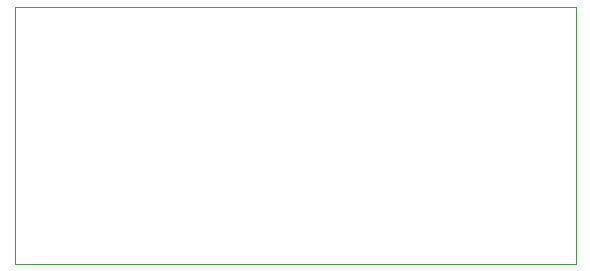
<source format=gbr>
%TF.GenerationSoftware,KiCad,Pcbnew,7.0.9*%
%TF.CreationDate,2024-04-25T13:42:10+02:00*%
%TF.ProjectId,UsbLoad,5573624c-6f61-4642-9e6b-696361645f70,rev?*%
%TF.SameCoordinates,Original*%
%TF.FileFunction,Profile,NP*%
%FSLAX46Y46*%
G04 Gerber Fmt 4.6, Leading zero omitted, Abs format (unit mm)*
G04 Created by KiCad (PCBNEW 7.0.9) date 2024-04-25 13:42:10*
%MOMM*%
%LPD*%
G01*
G04 APERTURE LIST*
%TA.AperFunction,Profile*%
%ADD10C,0.100000*%
%TD*%
G04 APERTURE END LIST*
D10*
X65000000Y-48250000D02*
X112500000Y-48250000D01*
X112500000Y-70000000D01*
X65000000Y-70000000D01*
X65000000Y-48250000D01*
M02*

</source>
